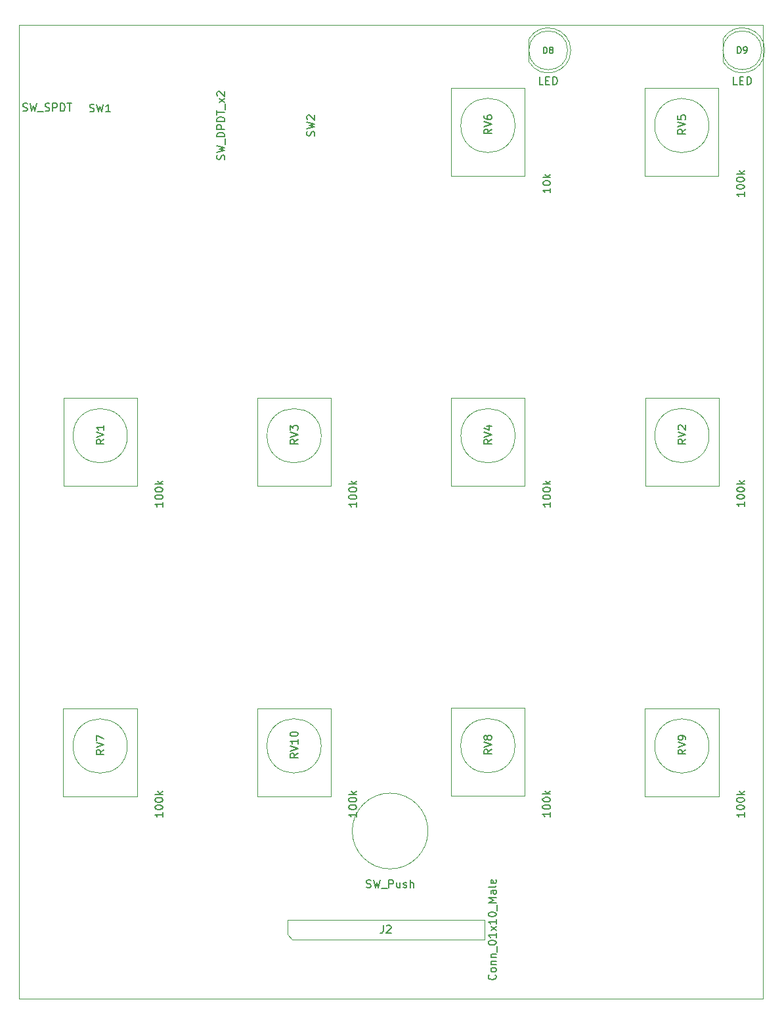
<source format=gbr>
%TF.GenerationSoftware,KiCad,Pcbnew,(5.1.9)-1*%
%TF.CreationDate,2021-10-01T12:29:47+01:00*%
%TF.ProjectId,KOSMOS Function Generator,4b4f534d-4f53-4204-9675-6e6374696f6e,rev?*%
%TF.SameCoordinates,Original*%
%TF.FileFunction,Other,Fab,Top*%
%FSLAX46Y46*%
G04 Gerber Fmt 4.6, Leading zero omitted, Abs format (unit mm)*
G04 Created by KiCad (PCBNEW (5.1.9)-1) date 2021-10-01 12:29:47*
%MOMM*%
%LPD*%
G01*
G04 APERTURE LIST*
%TA.AperFunction,Profile*%
%ADD10C,0.050000*%
%TD*%
%ADD11C,0.100000*%
%ADD12C,0.120000*%
%ADD13C,0.150000*%
%ADD14C,0.200000*%
G04 APERTURE END LIST*
D10*
X19430000Y-142240000D02*
X19430000Y-16680000D01*
X115400000Y-142240000D02*
X19430000Y-142240000D01*
X115400000Y-16680000D02*
X115400000Y-142240000D01*
X19430000Y-16680000D02*
X115400000Y-16680000D01*
D11*
%TO.C,RV2*%
X108440000Y-69650000D02*
G75*
G03*
X108440000Y-69650000I-3500000J0D01*
G01*
X109690000Y-76150000D02*
X100190000Y-76150000D01*
X109690000Y-64800000D02*
X100190000Y-64800000D01*
X100190000Y-76150000D02*
X100190000Y-64800000D01*
X109690000Y-76150000D02*
X109690000Y-64800000D01*
%TO.C,D8*%
X85200000Y-18520306D02*
X85200000Y-21459694D01*
X90200000Y-19990000D02*
G75*
G03*
X90200000Y-19990000I-2500000J0D01*
G01*
X85199984Y-21459666D02*
G75*
G03*
X85200000Y-18520306I2500016J1469666D01*
G01*
%TO.C,D9*%
X115220000Y-19980000D02*
G75*
G03*
X115220000Y-19980000I-2500000J0D01*
G01*
X110220000Y-18510306D02*
X110220000Y-21449694D01*
X110219984Y-21449666D02*
G75*
G03*
X110220000Y-18510306I2500016J1469666D01*
G01*
%TO.C,J2*%
X54695000Y-134630000D02*
X54060000Y-133995000D01*
X79460000Y-134630000D02*
X54695000Y-134630000D01*
X79460000Y-132090000D02*
X79460000Y-134630000D01*
X54060000Y-132090000D02*
X79460000Y-132090000D01*
X54060000Y-133995000D02*
X54060000Y-132090000D01*
%TO.C,RV1*%
X33430000Y-69680000D02*
G75*
G03*
X33430000Y-69680000I-3500000J0D01*
G01*
X34680000Y-76180000D02*
X25180000Y-76180000D01*
X34680000Y-64830000D02*
X25180000Y-64830000D01*
X25180000Y-76180000D02*
X25180000Y-64830000D01*
X34680000Y-76180000D02*
X34680000Y-64830000D01*
%TO.C,RV3*%
X59680000Y-76180000D02*
X59680000Y-64830000D01*
X50180000Y-76180000D02*
X50180000Y-64830000D01*
X59680000Y-64830000D02*
X50180000Y-64830000D01*
X59680000Y-76180000D02*
X50180000Y-76180000D01*
X58430000Y-69680000D02*
G75*
G03*
X58430000Y-69680000I-3500000J0D01*
G01*
%TO.C,RV4*%
X84680000Y-76180000D02*
X84680000Y-64830000D01*
X75180000Y-76180000D02*
X75180000Y-64830000D01*
X84680000Y-64830000D02*
X75180000Y-64830000D01*
X84680000Y-76180000D02*
X75180000Y-76180000D01*
X83430000Y-69680000D02*
G75*
G03*
X83430000Y-69680000I-3500000J0D01*
G01*
%TO.C,RV5*%
X109670000Y-36180000D02*
X109670000Y-24830000D01*
X100170000Y-36180000D02*
X100170000Y-24830000D01*
X109670000Y-24830000D02*
X100170000Y-24830000D01*
X109670000Y-36180000D02*
X100170000Y-36180000D01*
X108420000Y-29680000D02*
G75*
G03*
X108420000Y-29680000I-3500000J0D01*
G01*
%TO.C,RV6*%
X83420000Y-29670000D02*
G75*
G03*
X83420000Y-29670000I-3500000J0D01*
G01*
X84670000Y-36170000D02*
X75170000Y-36170000D01*
X84670000Y-24820000D02*
X75170000Y-24820000D01*
X75170000Y-36170000D02*
X75170000Y-24820000D01*
X84670000Y-36170000D02*
X84670000Y-24820000D01*
%TO.C,RV7*%
X34670000Y-116190000D02*
X34670000Y-104840000D01*
X25170000Y-116190000D02*
X25170000Y-104840000D01*
X34670000Y-104840000D02*
X25170000Y-104840000D01*
X34670000Y-116190000D02*
X25170000Y-116190000D01*
X33420000Y-109690000D02*
G75*
G03*
X33420000Y-109690000I-3500000J0D01*
G01*
%TO.C,RV8*%
X83410000Y-109650000D02*
G75*
G03*
X83410000Y-109650000I-3500000J0D01*
G01*
X84660000Y-116150000D02*
X75160000Y-116150000D01*
X84660000Y-104800000D02*
X75160000Y-104800000D01*
X75160000Y-116150000D02*
X75160000Y-104800000D01*
X84660000Y-116150000D02*
X84660000Y-104800000D01*
%TO.C,RV9*%
X108430000Y-109680000D02*
G75*
G03*
X108430000Y-109680000I-3500000J0D01*
G01*
X109680000Y-116180000D02*
X100180000Y-116180000D01*
X109680000Y-104830000D02*
X100180000Y-104830000D01*
X100180000Y-116180000D02*
X100180000Y-104830000D01*
X109680000Y-116180000D02*
X109680000Y-104830000D01*
%TO.C,RV10*%
X59670000Y-116170000D02*
X59670000Y-104820000D01*
X50170000Y-116170000D02*
X50170000Y-104820000D01*
X59670000Y-104820000D02*
X50170000Y-104820000D01*
X59670000Y-116170000D02*
X50170000Y-116170000D01*
X58420000Y-109670000D02*
G75*
G03*
X58420000Y-109670000I-3500000J0D01*
G01*
D12*
%TO.C,SW3*%
X72195788Y-120650000D02*
G75*
G03*
X72195788Y-120650000I-4885788J0D01*
G01*
%TD*%
%TO.C,RV2*%
D13*
X113002380Y-78221428D02*
X113002380Y-78792857D01*
X113002380Y-78507142D02*
X112002380Y-78507142D01*
X112145238Y-78602380D01*
X112240476Y-78697619D01*
X112288095Y-78792857D01*
X112002380Y-77602380D02*
X112002380Y-77507142D01*
X112050000Y-77411904D01*
X112097619Y-77364285D01*
X112192857Y-77316666D01*
X112383333Y-77269047D01*
X112621428Y-77269047D01*
X112811904Y-77316666D01*
X112907142Y-77364285D01*
X112954761Y-77411904D01*
X113002380Y-77507142D01*
X113002380Y-77602380D01*
X112954761Y-77697619D01*
X112907142Y-77745238D01*
X112811904Y-77792857D01*
X112621428Y-77840476D01*
X112383333Y-77840476D01*
X112192857Y-77792857D01*
X112097619Y-77745238D01*
X112050000Y-77697619D01*
X112002380Y-77602380D01*
X112002380Y-76650000D02*
X112002380Y-76554761D01*
X112050000Y-76459523D01*
X112097619Y-76411904D01*
X112192857Y-76364285D01*
X112383333Y-76316666D01*
X112621428Y-76316666D01*
X112811904Y-76364285D01*
X112907142Y-76411904D01*
X112954761Y-76459523D01*
X113002380Y-76554761D01*
X113002380Y-76650000D01*
X112954761Y-76745238D01*
X112907142Y-76792857D01*
X112811904Y-76840476D01*
X112621428Y-76888095D01*
X112383333Y-76888095D01*
X112192857Y-76840476D01*
X112097619Y-76792857D01*
X112050000Y-76745238D01*
X112002380Y-76650000D01*
X113002380Y-75888095D02*
X112002380Y-75888095D01*
X112621428Y-75792857D02*
X113002380Y-75507142D01*
X112335714Y-75507142D02*
X112716666Y-75888095D01*
X105432380Y-70125238D02*
X104956190Y-70458571D01*
X105432380Y-70696666D02*
X104432380Y-70696666D01*
X104432380Y-70315714D01*
X104480000Y-70220476D01*
X104527619Y-70172857D01*
X104622857Y-70125238D01*
X104765714Y-70125238D01*
X104860952Y-70172857D01*
X104908571Y-70220476D01*
X104956190Y-70315714D01*
X104956190Y-70696666D01*
X104432380Y-69839523D02*
X105432380Y-69506190D01*
X104432380Y-69172857D01*
X104527619Y-68887142D02*
X104480000Y-68839523D01*
X104432380Y-68744285D01*
X104432380Y-68506190D01*
X104480000Y-68410952D01*
X104527619Y-68363333D01*
X104622857Y-68315714D01*
X104718095Y-68315714D01*
X104860952Y-68363333D01*
X105432380Y-68934761D01*
X105432380Y-68315714D01*
%TO.C,D8*%
X87057142Y-24402380D02*
X86580952Y-24402380D01*
X86580952Y-23402380D01*
X87390476Y-23878571D02*
X87723809Y-23878571D01*
X87866666Y-24402380D02*
X87390476Y-24402380D01*
X87390476Y-23402380D01*
X87866666Y-23402380D01*
X88295238Y-24402380D02*
X88295238Y-23402380D01*
X88533333Y-23402380D01*
X88676190Y-23450000D01*
X88771428Y-23545238D01*
X88819047Y-23640476D01*
X88866666Y-23830952D01*
X88866666Y-23973809D01*
X88819047Y-24164285D01*
X88771428Y-24259523D01*
X88676190Y-24354761D01*
X88533333Y-24402380D01*
X88295238Y-24402380D01*
D14*
X87089523Y-20351904D02*
X87089523Y-19551904D01*
X87280000Y-19551904D01*
X87394285Y-19590000D01*
X87470476Y-19666190D01*
X87508571Y-19742380D01*
X87546666Y-19894761D01*
X87546666Y-20009047D01*
X87508571Y-20161428D01*
X87470476Y-20237619D01*
X87394285Y-20313809D01*
X87280000Y-20351904D01*
X87089523Y-20351904D01*
X88003809Y-19894761D02*
X87927619Y-19856666D01*
X87889523Y-19818571D01*
X87851428Y-19742380D01*
X87851428Y-19704285D01*
X87889523Y-19628095D01*
X87927619Y-19590000D01*
X88003809Y-19551904D01*
X88156190Y-19551904D01*
X88232380Y-19590000D01*
X88270476Y-19628095D01*
X88308571Y-19704285D01*
X88308571Y-19742380D01*
X88270476Y-19818571D01*
X88232380Y-19856666D01*
X88156190Y-19894761D01*
X88003809Y-19894761D01*
X87927619Y-19932857D01*
X87889523Y-19970952D01*
X87851428Y-20047142D01*
X87851428Y-20199523D01*
X87889523Y-20275714D01*
X87927619Y-20313809D01*
X88003809Y-20351904D01*
X88156190Y-20351904D01*
X88232380Y-20313809D01*
X88270476Y-20275714D01*
X88308571Y-20199523D01*
X88308571Y-20047142D01*
X88270476Y-19970952D01*
X88232380Y-19932857D01*
X88156190Y-19894761D01*
%TO.C,D9*%
D13*
X112077142Y-24392380D02*
X111600952Y-24392380D01*
X111600952Y-23392380D01*
X112410476Y-23868571D02*
X112743809Y-23868571D01*
X112886666Y-24392380D02*
X112410476Y-24392380D01*
X112410476Y-23392380D01*
X112886666Y-23392380D01*
X113315238Y-24392380D02*
X113315238Y-23392380D01*
X113553333Y-23392380D01*
X113696190Y-23440000D01*
X113791428Y-23535238D01*
X113839047Y-23630476D01*
X113886666Y-23820952D01*
X113886666Y-23963809D01*
X113839047Y-24154285D01*
X113791428Y-24249523D01*
X113696190Y-24344761D01*
X113553333Y-24392380D01*
X113315238Y-24392380D01*
D14*
X112109523Y-20341904D02*
X112109523Y-19541904D01*
X112300000Y-19541904D01*
X112414285Y-19580000D01*
X112490476Y-19656190D01*
X112528571Y-19732380D01*
X112566666Y-19884761D01*
X112566666Y-19999047D01*
X112528571Y-20151428D01*
X112490476Y-20227619D01*
X112414285Y-20303809D01*
X112300000Y-20341904D01*
X112109523Y-20341904D01*
X112947619Y-20341904D02*
X113100000Y-20341904D01*
X113176190Y-20303809D01*
X113214285Y-20265714D01*
X113290476Y-20151428D01*
X113328571Y-19999047D01*
X113328571Y-19694285D01*
X113290476Y-19618095D01*
X113252380Y-19580000D01*
X113176190Y-19541904D01*
X113023809Y-19541904D01*
X112947619Y-19580000D01*
X112909523Y-19618095D01*
X112871428Y-19694285D01*
X112871428Y-19884761D01*
X112909523Y-19960952D01*
X112947619Y-19999047D01*
X113023809Y-20037142D01*
X113176190Y-20037142D01*
X113252380Y-19999047D01*
X113290476Y-19960952D01*
X113328571Y-19884761D01*
%TO.C,J2*%
D13*
X80877142Y-139193333D02*
X80924761Y-139240952D01*
X80972380Y-139383809D01*
X80972380Y-139479047D01*
X80924761Y-139621904D01*
X80829523Y-139717142D01*
X80734285Y-139764761D01*
X80543809Y-139812380D01*
X80400952Y-139812380D01*
X80210476Y-139764761D01*
X80115238Y-139717142D01*
X80020000Y-139621904D01*
X79972380Y-139479047D01*
X79972380Y-139383809D01*
X80020000Y-139240952D01*
X80067619Y-139193333D01*
X80972380Y-138621904D02*
X80924761Y-138717142D01*
X80877142Y-138764761D01*
X80781904Y-138812380D01*
X80496190Y-138812380D01*
X80400952Y-138764761D01*
X80353333Y-138717142D01*
X80305714Y-138621904D01*
X80305714Y-138479047D01*
X80353333Y-138383809D01*
X80400952Y-138336190D01*
X80496190Y-138288571D01*
X80781904Y-138288571D01*
X80877142Y-138336190D01*
X80924761Y-138383809D01*
X80972380Y-138479047D01*
X80972380Y-138621904D01*
X80305714Y-137860000D02*
X80972380Y-137860000D01*
X80400952Y-137860000D02*
X80353333Y-137812380D01*
X80305714Y-137717142D01*
X80305714Y-137574285D01*
X80353333Y-137479047D01*
X80448571Y-137431428D01*
X80972380Y-137431428D01*
X80305714Y-136955238D02*
X80972380Y-136955238D01*
X80400952Y-136955238D02*
X80353333Y-136907619D01*
X80305714Y-136812380D01*
X80305714Y-136669523D01*
X80353333Y-136574285D01*
X80448571Y-136526666D01*
X80972380Y-136526666D01*
X81067619Y-136288571D02*
X81067619Y-135526666D01*
X79972380Y-135098095D02*
X79972380Y-135002857D01*
X80020000Y-134907619D01*
X80067619Y-134860000D01*
X80162857Y-134812380D01*
X80353333Y-134764761D01*
X80591428Y-134764761D01*
X80781904Y-134812380D01*
X80877142Y-134860000D01*
X80924761Y-134907619D01*
X80972380Y-135002857D01*
X80972380Y-135098095D01*
X80924761Y-135193333D01*
X80877142Y-135240952D01*
X80781904Y-135288571D01*
X80591428Y-135336190D01*
X80353333Y-135336190D01*
X80162857Y-135288571D01*
X80067619Y-135240952D01*
X80020000Y-135193333D01*
X79972380Y-135098095D01*
X80972380Y-133812380D02*
X80972380Y-134383809D01*
X80972380Y-134098095D02*
X79972380Y-134098095D01*
X80115238Y-134193333D01*
X80210476Y-134288571D01*
X80258095Y-134383809D01*
X80972380Y-133479047D02*
X80305714Y-132955238D01*
X80305714Y-133479047D02*
X80972380Y-132955238D01*
X80972380Y-132050476D02*
X80972380Y-132621904D01*
X80972380Y-132336190D02*
X79972380Y-132336190D01*
X80115238Y-132431428D01*
X80210476Y-132526666D01*
X80258095Y-132621904D01*
X79972380Y-131431428D02*
X79972380Y-131336190D01*
X80020000Y-131240952D01*
X80067619Y-131193333D01*
X80162857Y-131145714D01*
X80353333Y-131098095D01*
X80591428Y-131098095D01*
X80781904Y-131145714D01*
X80877142Y-131193333D01*
X80924761Y-131240952D01*
X80972380Y-131336190D01*
X80972380Y-131431428D01*
X80924761Y-131526666D01*
X80877142Y-131574285D01*
X80781904Y-131621904D01*
X80591428Y-131669523D01*
X80353333Y-131669523D01*
X80162857Y-131621904D01*
X80067619Y-131574285D01*
X80020000Y-131526666D01*
X79972380Y-131431428D01*
X81067619Y-130907619D02*
X81067619Y-130145714D01*
X80972380Y-129907619D02*
X79972380Y-129907619D01*
X80686666Y-129574285D01*
X79972380Y-129240952D01*
X80972380Y-129240952D01*
X80972380Y-128336190D02*
X80448571Y-128336190D01*
X80353333Y-128383809D01*
X80305714Y-128479047D01*
X80305714Y-128669523D01*
X80353333Y-128764761D01*
X80924761Y-128336190D02*
X80972380Y-128431428D01*
X80972380Y-128669523D01*
X80924761Y-128764761D01*
X80829523Y-128812380D01*
X80734285Y-128812380D01*
X80639047Y-128764761D01*
X80591428Y-128669523D01*
X80591428Y-128431428D01*
X80543809Y-128336190D01*
X80972380Y-127717142D02*
X80924761Y-127812380D01*
X80829523Y-127860000D01*
X79972380Y-127860000D01*
X80924761Y-126955238D02*
X80972380Y-127050476D01*
X80972380Y-127240952D01*
X80924761Y-127336190D01*
X80829523Y-127383809D01*
X80448571Y-127383809D01*
X80353333Y-127336190D01*
X80305714Y-127240952D01*
X80305714Y-127050476D01*
X80353333Y-126955238D01*
X80448571Y-126907619D01*
X80543809Y-126907619D01*
X80639047Y-127383809D01*
X66426666Y-132812380D02*
X66426666Y-133526666D01*
X66379047Y-133669523D01*
X66283809Y-133764761D01*
X66140952Y-133812380D01*
X66045714Y-133812380D01*
X66855238Y-132907619D02*
X66902857Y-132860000D01*
X66998095Y-132812380D01*
X67236190Y-132812380D01*
X67331428Y-132860000D01*
X67379047Y-132907619D01*
X67426666Y-133002857D01*
X67426666Y-133098095D01*
X67379047Y-133240952D01*
X66807619Y-133812380D01*
X67426666Y-133812380D01*
%TO.C,RV1*%
X37992380Y-78251428D02*
X37992380Y-78822857D01*
X37992380Y-78537142D02*
X36992380Y-78537142D01*
X37135238Y-78632380D01*
X37230476Y-78727619D01*
X37278095Y-78822857D01*
X36992380Y-77632380D02*
X36992380Y-77537142D01*
X37040000Y-77441904D01*
X37087619Y-77394285D01*
X37182857Y-77346666D01*
X37373333Y-77299047D01*
X37611428Y-77299047D01*
X37801904Y-77346666D01*
X37897142Y-77394285D01*
X37944761Y-77441904D01*
X37992380Y-77537142D01*
X37992380Y-77632380D01*
X37944761Y-77727619D01*
X37897142Y-77775238D01*
X37801904Y-77822857D01*
X37611428Y-77870476D01*
X37373333Y-77870476D01*
X37182857Y-77822857D01*
X37087619Y-77775238D01*
X37040000Y-77727619D01*
X36992380Y-77632380D01*
X36992380Y-76680000D02*
X36992380Y-76584761D01*
X37040000Y-76489523D01*
X37087619Y-76441904D01*
X37182857Y-76394285D01*
X37373333Y-76346666D01*
X37611428Y-76346666D01*
X37801904Y-76394285D01*
X37897142Y-76441904D01*
X37944761Y-76489523D01*
X37992380Y-76584761D01*
X37992380Y-76680000D01*
X37944761Y-76775238D01*
X37897142Y-76822857D01*
X37801904Y-76870476D01*
X37611428Y-76918095D01*
X37373333Y-76918095D01*
X37182857Y-76870476D01*
X37087619Y-76822857D01*
X37040000Y-76775238D01*
X36992380Y-76680000D01*
X37992380Y-75918095D02*
X36992380Y-75918095D01*
X37611428Y-75822857D02*
X37992380Y-75537142D01*
X37325714Y-75537142D02*
X37706666Y-75918095D01*
X30422380Y-70155238D02*
X29946190Y-70488571D01*
X30422380Y-70726666D02*
X29422380Y-70726666D01*
X29422380Y-70345714D01*
X29470000Y-70250476D01*
X29517619Y-70202857D01*
X29612857Y-70155238D01*
X29755714Y-70155238D01*
X29850952Y-70202857D01*
X29898571Y-70250476D01*
X29946190Y-70345714D01*
X29946190Y-70726666D01*
X29422380Y-69869523D02*
X30422380Y-69536190D01*
X29422380Y-69202857D01*
X30422380Y-68345714D02*
X30422380Y-68917142D01*
X30422380Y-68631428D02*
X29422380Y-68631428D01*
X29565238Y-68726666D01*
X29660476Y-68821904D01*
X29708095Y-68917142D01*
%TO.C,RV3*%
X62992380Y-78251428D02*
X62992380Y-78822857D01*
X62992380Y-78537142D02*
X61992380Y-78537142D01*
X62135238Y-78632380D01*
X62230476Y-78727619D01*
X62278095Y-78822857D01*
X61992380Y-77632380D02*
X61992380Y-77537142D01*
X62040000Y-77441904D01*
X62087619Y-77394285D01*
X62182857Y-77346666D01*
X62373333Y-77299047D01*
X62611428Y-77299047D01*
X62801904Y-77346666D01*
X62897142Y-77394285D01*
X62944761Y-77441904D01*
X62992380Y-77537142D01*
X62992380Y-77632380D01*
X62944761Y-77727619D01*
X62897142Y-77775238D01*
X62801904Y-77822857D01*
X62611428Y-77870476D01*
X62373333Y-77870476D01*
X62182857Y-77822857D01*
X62087619Y-77775238D01*
X62040000Y-77727619D01*
X61992380Y-77632380D01*
X61992380Y-76680000D02*
X61992380Y-76584761D01*
X62040000Y-76489523D01*
X62087619Y-76441904D01*
X62182857Y-76394285D01*
X62373333Y-76346666D01*
X62611428Y-76346666D01*
X62801904Y-76394285D01*
X62897142Y-76441904D01*
X62944761Y-76489523D01*
X62992380Y-76584761D01*
X62992380Y-76680000D01*
X62944761Y-76775238D01*
X62897142Y-76822857D01*
X62801904Y-76870476D01*
X62611428Y-76918095D01*
X62373333Y-76918095D01*
X62182857Y-76870476D01*
X62087619Y-76822857D01*
X62040000Y-76775238D01*
X61992380Y-76680000D01*
X62992380Y-75918095D02*
X61992380Y-75918095D01*
X62611428Y-75822857D02*
X62992380Y-75537142D01*
X62325714Y-75537142D02*
X62706666Y-75918095D01*
X55422380Y-70155238D02*
X54946190Y-70488571D01*
X55422380Y-70726666D02*
X54422380Y-70726666D01*
X54422380Y-70345714D01*
X54470000Y-70250476D01*
X54517619Y-70202857D01*
X54612857Y-70155238D01*
X54755714Y-70155238D01*
X54850952Y-70202857D01*
X54898571Y-70250476D01*
X54946190Y-70345714D01*
X54946190Y-70726666D01*
X54422380Y-69869523D02*
X55422380Y-69536190D01*
X54422380Y-69202857D01*
X54422380Y-68964761D02*
X54422380Y-68345714D01*
X54803333Y-68679047D01*
X54803333Y-68536190D01*
X54850952Y-68440952D01*
X54898571Y-68393333D01*
X54993809Y-68345714D01*
X55231904Y-68345714D01*
X55327142Y-68393333D01*
X55374761Y-68440952D01*
X55422380Y-68536190D01*
X55422380Y-68821904D01*
X55374761Y-68917142D01*
X55327142Y-68964761D01*
%TO.C,RV4*%
X87992380Y-78251428D02*
X87992380Y-78822857D01*
X87992380Y-78537142D02*
X86992380Y-78537142D01*
X87135238Y-78632380D01*
X87230476Y-78727619D01*
X87278095Y-78822857D01*
X86992380Y-77632380D02*
X86992380Y-77537142D01*
X87040000Y-77441904D01*
X87087619Y-77394285D01*
X87182857Y-77346666D01*
X87373333Y-77299047D01*
X87611428Y-77299047D01*
X87801904Y-77346666D01*
X87897142Y-77394285D01*
X87944761Y-77441904D01*
X87992380Y-77537142D01*
X87992380Y-77632380D01*
X87944761Y-77727619D01*
X87897142Y-77775238D01*
X87801904Y-77822857D01*
X87611428Y-77870476D01*
X87373333Y-77870476D01*
X87182857Y-77822857D01*
X87087619Y-77775238D01*
X87040000Y-77727619D01*
X86992380Y-77632380D01*
X86992380Y-76680000D02*
X86992380Y-76584761D01*
X87040000Y-76489523D01*
X87087619Y-76441904D01*
X87182857Y-76394285D01*
X87373333Y-76346666D01*
X87611428Y-76346666D01*
X87801904Y-76394285D01*
X87897142Y-76441904D01*
X87944761Y-76489523D01*
X87992380Y-76584761D01*
X87992380Y-76680000D01*
X87944761Y-76775238D01*
X87897142Y-76822857D01*
X87801904Y-76870476D01*
X87611428Y-76918095D01*
X87373333Y-76918095D01*
X87182857Y-76870476D01*
X87087619Y-76822857D01*
X87040000Y-76775238D01*
X86992380Y-76680000D01*
X87992380Y-75918095D02*
X86992380Y-75918095D01*
X87611428Y-75822857D02*
X87992380Y-75537142D01*
X87325714Y-75537142D02*
X87706666Y-75918095D01*
X80422380Y-70155238D02*
X79946190Y-70488571D01*
X80422380Y-70726666D02*
X79422380Y-70726666D01*
X79422380Y-70345714D01*
X79470000Y-70250476D01*
X79517619Y-70202857D01*
X79612857Y-70155238D01*
X79755714Y-70155238D01*
X79850952Y-70202857D01*
X79898571Y-70250476D01*
X79946190Y-70345714D01*
X79946190Y-70726666D01*
X79422380Y-69869523D02*
X80422380Y-69536190D01*
X79422380Y-69202857D01*
X79755714Y-68440952D02*
X80422380Y-68440952D01*
X79374761Y-68679047D02*
X80089047Y-68917142D01*
X80089047Y-68298095D01*
%TO.C,RV5*%
X112982380Y-38251428D02*
X112982380Y-38822857D01*
X112982380Y-38537142D02*
X111982380Y-38537142D01*
X112125238Y-38632380D01*
X112220476Y-38727619D01*
X112268095Y-38822857D01*
X111982380Y-37632380D02*
X111982380Y-37537142D01*
X112030000Y-37441904D01*
X112077619Y-37394285D01*
X112172857Y-37346666D01*
X112363333Y-37299047D01*
X112601428Y-37299047D01*
X112791904Y-37346666D01*
X112887142Y-37394285D01*
X112934761Y-37441904D01*
X112982380Y-37537142D01*
X112982380Y-37632380D01*
X112934761Y-37727619D01*
X112887142Y-37775238D01*
X112791904Y-37822857D01*
X112601428Y-37870476D01*
X112363333Y-37870476D01*
X112172857Y-37822857D01*
X112077619Y-37775238D01*
X112030000Y-37727619D01*
X111982380Y-37632380D01*
X111982380Y-36680000D02*
X111982380Y-36584761D01*
X112030000Y-36489523D01*
X112077619Y-36441904D01*
X112172857Y-36394285D01*
X112363333Y-36346666D01*
X112601428Y-36346666D01*
X112791904Y-36394285D01*
X112887142Y-36441904D01*
X112934761Y-36489523D01*
X112982380Y-36584761D01*
X112982380Y-36680000D01*
X112934761Y-36775238D01*
X112887142Y-36822857D01*
X112791904Y-36870476D01*
X112601428Y-36918095D01*
X112363333Y-36918095D01*
X112172857Y-36870476D01*
X112077619Y-36822857D01*
X112030000Y-36775238D01*
X111982380Y-36680000D01*
X112982380Y-35918095D02*
X111982380Y-35918095D01*
X112601428Y-35822857D02*
X112982380Y-35537142D01*
X112315714Y-35537142D02*
X112696666Y-35918095D01*
X105412380Y-30155238D02*
X104936190Y-30488571D01*
X105412380Y-30726666D02*
X104412380Y-30726666D01*
X104412380Y-30345714D01*
X104460000Y-30250476D01*
X104507619Y-30202857D01*
X104602857Y-30155238D01*
X104745714Y-30155238D01*
X104840952Y-30202857D01*
X104888571Y-30250476D01*
X104936190Y-30345714D01*
X104936190Y-30726666D01*
X104412380Y-29869523D02*
X105412380Y-29536190D01*
X104412380Y-29202857D01*
X104412380Y-28393333D02*
X104412380Y-28869523D01*
X104888571Y-28917142D01*
X104840952Y-28869523D01*
X104793333Y-28774285D01*
X104793333Y-28536190D01*
X104840952Y-28440952D01*
X104888571Y-28393333D01*
X104983809Y-28345714D01*
X105221904Y-28345714D01*
X105317142Y-28393333D01*
X105364761Y-28440952D01*
X105412380Y-28536190D01*
X105412380Y-28774285D01*
X105364761Y-28869523D01*
X105317142Y-28917142D01*
%TO.C,RV6*%
X87982380Y-37765238D02*
X87982380Y-38336666D01*
X87982380Y-38050952D02*
X86982380Y-38050952D01*
X87125238Y-38146190D01*
X87220476Y-38241428D01*
X87268095Y-38336666D01*
X86982380Y-37146190D02*
X86982380Y-37050952D01*
X87030000Y-36955714D01*
X87077619Y-36908095D01*
X87172857Y-36860476D01*
X87363333Y-36812857D01*
X87601428Y-36812857D01*
X87791904Y-36860476D01*
X87887142Y-36908095D01*
X87934761Y-36955714D01*
X87982380Y-37050952D01*
X87982380Y-37146190D01*
X87934761Y-37241428D01*
X87887142Y-37289047D01*
X87791904Y-37336666D01*
X87601428Y-37384285D01*
X87363333Y-37384285D01*
X87172857Y-37336666D01*
X87077619Y-37289047D01*
X87030000Y-37241428D01*
X86982380Y-37146190D01*
X87982380Y-36384285D02*
X86982380Y-36384285D01*
X87601428Y-36289047D02*
X87982380Y-36003333D01*
X87315714Y-36003333D02*
X87696666Y-36384285D01*
X80412380Y-30145238D02*
X79936190Y-30478571D01*
X80412380Y-30716666D02*
X79412380Y-30716666D01*
X79412380Y-30335714D01*
X79460000Y-30240476D01*
X79507619Y-30192857D01*
X79602857Y-30145238D01*
X79745714Y-30145238D01*
X79840952Y-30192857D01*
X79888571Y-30240476D01*
X79936190Y-30335714D01*
X79936190Y-30716666D01*
X79412380Y-29859523D02*
X80412380Y-29526190D01*
X79412380Y-29192857D01*
X79412380Y-28430952D02*
X79412380Y-28621428D01*
X79460000Y-28716666D01*
X79507619Y-28764285D01*
X79650476Y-28859523D01*
X79840952Y-28907142D01*
X80221904Y-28907142D01*
X80317142Y-28859523D01*
X80364761Y-28811904D01*
X80412380Y-28716666D01*
X80412380Y-28526190D01*
X80364761Y-28430952D01*
X80317142Y-28383333D01*
X80221904Y-28335714D01*
X79983809Y-28335714D01*
X79888571Y-28383333D01*
X79840952Y-28430952D01*
X79793333Y-28526190D01*
X79793333Y-28716666D01*
X79840952Y-28811904D01*
X79888571Y-28859523D01*
X79983809Y-28907142D01*
%TO.C,RV7*%
X37982380Y-118261428D02*
X37982380Y-118832857D01*
X37982380Y-118547142D02*
X36982380Y-118547142D01*
X37125238Y-118642380D01*
X37220476Y-118737619D01*
X37268095Y-118832857D01*
X36982380Y-117642380D02*
X36982380Y-117547142D01*
X37030000Y-117451904D01*
X37077619Y-117404285D01*
X37172857Y-117356666D01*
X37363333Y-117309047D01*
X37601428Y-117309047D01*
X37791904Y-117356666D01*
X37887142Y-117404285D01*
X37934761Y-117451904D01*
X37982380Y-117547142D01*
X37982380Y-117642380D01*
X37934761Y-117737619D01*
X37887142Y-117785238D01*
X37791904Y-117832857D01*
X37601428Y-117880476D01*
X37363333Y-117880476D01*
X37172857Y-117832857D01*
X37077619Y-117785238D01*
X37030000Y-117737619D01*
X36982380Y-117642380D01*
X36982380Y-116690000D02*
X36982380Y-116594761D01*
X37030000Y-116499523D01*
X37077619Y-116451904D01*
X37172857Y-116404285D01*
X37363333Y-116356666D01*
X37601428Y-116356666D01*
X37791904Y-116404285D01*
X37887142Y-116451904D01*
X37934761Y-116499523D01*
X37982380Y-116594761D01*
X37982380Y-116690000D01*
X37934761Y-116785238D01*
X37887142Y-116832857D01*
X37791904Y-116880476D01*
X37601428Y-116928095D01*
X37363333Y-116928095D01*
X37172857Y-116880476D01*
X37077619Y-116832857D01*
X37030000Y-116785238D01*
X36982380Y-116690000D01*
X37982380Y-115928095D02*
X36982380Y-115928095D01*
X37601428Y-115832857D02*
X37982380Y-115547142D01*
X37315714Y-115547142D02*
X37696666Y-115928095D01*
X30412380Y-110165238D02*
X29936190Y-110498571D01*
X30412380Y-110736666D02*
X29412380Y-110736666D01*
X29412380Y-110355714D01*
X29460000Y-110260476D01*
X29507619Y-110212857D01*
X29602857Y-110165238D01*
X29745714Y-110165238D01*
X29840952Y-110212857D01*
X29888571Y-110260476D01*
X29936190Y-110355714D01*
X29936190Y-110736666D01*
X29412380Y-109879523D02*
X30412380Y-109546190D01*
X29412380Y-109212857D01*
X29412380Y-108974761D02*
X29412380Y-108308095D01*
X30412380Y-108736666D01*
%TO.C,RV8*%
X87972380Y-118221428D02*
X87972380Y-118792857D01*
X87972380Y-118507142D02*
X86972380Y-118507142D01*
X87115238Y-118602380D01*
X87210476Y-118697619D01*
X87258095Y-118792857D01*
X86972380Y-117602380D02*
X86972380Y-117507142D01*
X87020000Y-117411904D01*
X87067619Y-117364285D01*
X87162857Y-117316666D01*
X87353333Y-117269047D01*
X87591428Y-117269047D01*
X87781904Y-117316666D01*
X87877142Y-117364285D01*
X87924761Y-117411904D01*
X87972380Y-117507142D01*
X87972380Y-117602380D01*
X87924761Y-117697619D01*
X87877142Y-117745238D01*
X87781904Y-117792857D01*
X87591428Y-117840476D01*
X87353333Y-117840476D01*
X87162857Y-117792857D01*
X87067619Y-117745238D01*
X87020000Y-117697619D01*
X86972380Y-117602380D01*
X86972380Y-116650000D02*
X86972380Y-116554761D01*
X87020000Y-116459523D01*
X87067619Y-116411904D01*
X87162857Y-116364285D01*
X87353333Y-116316666D01*
X87591428Y-116316666D01*
X87781904Y-116364285D01*
X87877142Y-116411904D01*
X87924761Y-116459523D01*
X87972380Y-116554761D01*
X87972380Y-116650000D01*
X87924761Y-116745238D01*
X87877142Y-116792857D01*
X87781904Y-116840476D01*
X87591428Y-116888095D01*
X87353333Y-116888095D01*
X87162857Y-116840476D01*
X87067619Y-116792857D01*
X87020000Y-116745238D01*
X86972380Y-116650000D01*
X87972380Y-115888095D02*
X86972380Y-115888095D01*
X87591428Y-115792857D02*
X87972380Y-115507142D01*
X87305714Y-115507142D02*
X87686666Y-115888095D01*
X80402380Y-110125238D02*
X79926190Y-110458571D01*
X80402380Y-110696666D02*
X79402380Y-110696666D01*
X79402380Y-110315714D01*
X79450000Y-110220476D01*
X79497619Y-110172857D01*
X79592857Y-110125238D01*
X79735714Y-110125238D01*
X79830952Y-110172857D01*
X79878571Y-110220476D01*
X79926190Y-110315714D01*
X79926190Y-110696666D01*
X79402380Y-109839523D02*
X80402380Y-109506190D01*
X79402380Y-109172857D01*
X79830952Y-108696666D02*
X79783333Y-108791904D01*
X79735714Y-108839523D01*
X79640476Y-108887142D01*
X79592857Y-108887142D01*
X79497619Y-108839523D01*
X79450000Y-108791904D01*
X79402380Y-108696666D01*
X79402380Y-108506190D01*
X79450000Y-108410952D01*
X79497619Y-108363333D01*
X79592857Y-108315714D01*
X79640476Y-108315714D01*
X79735714Y-108363333D01*
X79783333Y-108410952D01*
X79830952Y-108506190D01*
X79830952Y-108696666D01*
X79878571Y-108791904D01*
X79926190Y-108839523D01*
X80021428Y-108887142D01*
X80211904Y-108887142D01*
X80307142Y-108839523D01*
X80354761Y-108791904D01*
X80402380Y-108696666D01*
X80402380Y-108506190D01*
X80354761Y-108410952D01*
X80307142Y-108363333D01*
X80211904Y-108315714D01*
X80021428Y-108315714D01*
X79926190Y-108363333D01*
X79878571Y-108410952D01*
X79830952Y-108506190D01*
%TO.C,RV9*%
X112992380Y-118251428D02*
X112992380Y-118822857D01*
X112992380Y-118537142D02*
X111992380Y-118537142D01*
X112135238Y-118632380D01*
X112230476Y-118727619D01*
X112278095Y-118822857D01*
X111992380Y-117632380D02*
X111992380Y-117537142D01*
X112040000Y-117441904D01*
X112087619Y-117394285D01*
X112182857Y-117346666D01*
X112373333Y-117299047D01*
X112611428Y-117299047D01*
X112801904Y-117346666D01*
X112897142Y-117394285D01*
X112944761Y-117441904D01*
X112992380Y-117537142D01*
X112992380Y-117632380D01*
X112944761Y-117727619D01*
X112897142Y-117775238D01*
X112801904Y-117822857D01*
X112611428Y-117870476D01*
X112373333Y-117870476D01*
X112182857Y-117822857D01*
X112087619Y-117775238D01*
X112040000Y-117727619D01*
X111992380Y-117632380D01*
X111992380Y-116680000D02*
X111992380Y-116584761D01*
X112040000Y-116489523D01*
X112087619Y-116441904D01*
X112182857Y-116394285D01*
X112373333Y-116346666D01*
X112611428Y-116346666D01*
X112801904Y-116394285D01*
X112897142Y-116441904D01*
X112944761Y-116489523D01*
X112992380Y-116584761D01*
X112992380Y-116680000D01*
X112944761Y-116775238D01*
X112897142Y-116822857D01*
X112801904Y-116870476D01*
X112611428Y-116918095D01*
X112373333Y-116918095D01*
X112182857Y-116870476D01*
X112087619Y-116822857D01*
X112040000Y-116775238D01*
X111992380Y-116680000D01*
X112992380Y-115918095D02*
X111992380Y-115918095D01*
X112611428Y-115822857D02*
X112992380Y-115537142D01*
X112325714Y-115537142D02*
X112706666Y-115918095D01*
X105422380Y-110155238D02*
X104946190Y-110488571D01*
X105422380Y-110726666D02*
X104422380Y-110726666D01*
X104422380Y-110345714D01*
X104470000Y-110250476D01*
X104517619Y-110202857D01*
X104612857Y-110155238D01*
X104755714Y-110155238D01*
X104850952Y-110202857D01*
X104898571Y-110250476D01*
X104946190Y-110345714D01*
X104946190Y-110726666D01*
X104422380Y-109869523D02*
X105422380Y-109536190D01*
X104422380Y-109202857D01*
X105422380Y-108821904D02*
X105422380Y-108631428D01*
X105374761Y-108536190D01*
X105327142Y-108488571D01*
X105184285Y-108393333D01*
X104993809Y-108345714D01*
X104612857Y-108345714D01*
X104517619Y-108393333D01*
X104470000Y-108440952D01*
X104422380Y-108536190D01*
X104422380Y-108726666D01*
X104470000Y-108821904D01*
X104517619Y-108869523D01*
X104612857Y-108917142D01*
X104850952Y-108917142D01*
X104946190Y-108869523D01*
X104993809Y-108821904D01*
X105041428Y-108726666D01*
X105041428Y-108536190D01*
X104993809Y-108440952D01*
X104946190Y-108393333D01*
X104850952Y-108345714D01*
%TO.C,RV10*%
X62982380Y-118241428D02*
X62982380Y-118812857D01*
X62982380Y-118527142D02*
X61982380Y-118527142D01*
X62125238Y-118622380D01*
X62220476Y-118717619D01*
X62268095Y-118812857D01*
X61982380Y-117622380D02*
X61982380Y-117527142D01*
X62030000Y-117431904D01*
X62077619Y-117384285D01*
X62172857Y-117336666D01*
X62363333Y-117289047D01*
X62601428Y-117289047D01*
X62791904Y-117336666D01*
X62887142Y-117384285D01*
X62934761Y-117431904D01*
X62982380Y-117527142D01*
X62982380Y-117622380D01*
X62934761Y-117717619D01*
X62887142Y-117765238D01*
X62791904Y-117812857D01*
X62601428Y-117860476D01*
X62363333Y-117860476D01*
X62172857Y-117812857D01*
X62077619Y-117765238D01*
X62030000Y-117717619D01*
X61982380Y-117622380D01*
X61982380Y-116670000D02*
X61982380Y-116574761D01*
X62030000Y-116479523D01*
X62077619Y-116431904D01*
X62172857Y-116384285D01*
X62363333Y-116336666D01*
X62601428Y-116336666D01*
X62791904Y-116384285D01*
X62887142Y-116431904D01*
X62934761Y-116479523D01*
X62982380Y-116574761D01*
X62982380Y-116670000D01*
X62934761Y-116765238D01*
X62887142Y-116812857D01*
X62791904Y-116860476D01*
X62601428Y-116908095D01*
X62363333Y-116908095D01*
X62172857Y-116860476D01*
X62077619Y-116812857D01*
X62030000Y-116765238D01*
X61982380Y-116670000D01*
X62982380Y-115908095D02*
X61982380Y-115908095D01*
X62601428Y-115812857D02*
X62982380Y-115527142D01*
X62315714Y-115527142D02*
X62696666Y-115908095D01*
X55412380Y-110621428D02*
X54936190Y-110954761D01*
X55412380Y-111192857D02*
X54412380Y-111192857D01*
X54412380Y-110811904D01*
X54460000Y-110716666D01*
X54507619Y-110669047D01*
X54602857Y-110621428D01*
X54745714Y-110621428D01*
X54840952Y-110669047D01*
X54888571Y-110716666D01*
X54936190Y-110811904D01*
X54936190Y-111192857D01*
X54412380Y-110335714D02*
X55412380Y-110002380D01*
X54412380Y-109669047D01*
X55412380Y-108811904D02*
X55412380Y-109383333D01*
X55412380Y-109097619D02*
X54412380Y-109097619D01*
X54555238Y-109192857D01*
X54650476Y-109288095D01*
X54698095Y-109383333D01*
X54412380Y-108192857D02*
X54412380Y-108097619D01*
X54460000Y-108002380D01*
X54507619Y-107954761D01*
X54602857Y-107907142D01*
X54793333Y-107859523D01*
X55031428Y-107859523D01*
X55221904Y-107907142D01*
X55317142Y-107954761D01*
X55364761Y-108002380D01*
X55412380Y-108097619D01*
X55412380Y-108192857D01*
X55364761Y-108288095D01*
X55317142Y-108335714D01*
X55221904Y-108383333D01*
X55031428Y-108430952D01*
X54793333Y-108430952D01*
X54602857Y-108383333D01*
X54507619Y-108335714D01*
X54460000Y-108288095D01*
X54412380Y-108192857D01*
%TO.C,SW1*%
X19955261Y-27773261D02*
X20098119Y-27820880D01*
X20336214Y-27820880D01*
X20431452Y-27773261D01*
X20479071Y-27725642D01*
X20526690Y-27630404D01*
X20526690Y-27535166D01*
X20479071Y-27439928D01*
X20431452Y-27392309D01*
X20336214Y-27344690D01*
X20145738Y-27297071D01*
X20050500Y-27249452D01*
X20002880Y-27201833D01*
X19955261Y-27106595D01*
X19955261Y-27011357D01*
X20002880Y-26916119D01*
X20050500Y-26868500D01*
X20145738Y-26820880D01*
X20383833Y-26820880D01*
X20526690Y-26868500D01*
X20860023Y-26820880D02*
X21098119Y-27820880D01*
X21288595Y-27106595D01*
X21479071Y-27820880D01*
X21717166Y-26820880D01*
X21860023Y-27916119D02*
X22621928Y-27916119D01*
X22812404Y-27773261D02*
X22955261Y-27820880D01*
X23193357Y-27820880D01*
X23288595Y-27773261D01*
X23336214Y-27725642D01*
X23383833Y-27630404D01*
X23383833Y-27535166D01*
X23336214Y-27439928D01*
X23288595Y-27392309D01*
X23193357Y-27344690D01*
X23002880Y-27297071D01*
X22907642Y-27249452D01*
X22860023Y-27201833D01*
X22812404Y-27106595D01*
X22812404Y-27011357D01*
X22860023Y-26916119D01*
X22907642Y-26868500D01*
X23002880Y-26820880D01*
X23240976Y-26820880D01*
X23383833Y-26868500D01*
X23812404Y-27820880D02*
X23812404Y-26820880D01*
X24193357Y-26820880D01*
X24288595Y-26868500D01*
X24336214Y-26916119D01*
X24383833Y-27011357D01*
X24383833Y-27154214D01*
X24336214Y-27249452D01*
X24288595Y-27297071D01*
X24193357Y-27344690D01*
X23812404Y-27344690D01*
X24812404Y-27820880D02*
X24812404Y-26820880D01*
X25050500Y-26820880D01*
X25193357Y-26868500D01*
X25288595Y-26963738D01*
X25336214Y-27058976D01*
X25383833Y-27249452D01*
X25383833Y-27392309D01*
X25336214Y-27582785D01*
X25288595Y-27678023D01*
X25193357Y-27773261D01*
X25050500Y-27820880D01*
X24812404Y-27820880D01*
X25669547Y-26820880D02*
X26240976Y-26820880D01*
X25955261Y-27820880D02*
X25955261Y-26820880D01*
X28576666Y-27874761D02*
X28719523Y-27922380D01*
X28957619Y-27922380D01*
X29052857Y-27874761D01*
X29100476Y-27827142D01*
X29148095Y-27731904D01*
X29148095Y-27636666D01*
X29100476Y-27541428D01*
X29052857Y-27493809D01*
X28957619Y-27446190D01*
X28767142Y-27398571D01*
X28671904Y-27350952D01*
X28624285Y-27303333D01*
X28576666Y-27208095D01*
X28576666Y-27112857D01*
X28624285Y-27017619D01*
X28671904Y-26970000D01*
X28767142Y-26922380D01*
X29005238Y-26922380D01*
X29148095Y-26970000D01*
X29481428Y-26922380D02*
X29719523Y-27922380D01*
X29910000Y-27208095D01*
X30100476Y-27922380D01*
X30338571Y-26922380D01*
X31243333Y-27922380D02*
X30671904Y-27922380D01*
X30957619Y-27922380D02*
X30957619Y-26922380D01*
X30862380Y-27065238D01*
X30767142Y-27160476D01*
X30671904Y-27208095D01*
%TO.C,SW2*%
X45924761Y-34050952D02*
X45972380Y-33908095D01*
X45972380Y-33669999D01*
X45924761Y-33574761D01*
X45877142Y-33527142D01*
X45781904Y-33479523D01*
X45686666Y-33479523D01*
X45591428Y-33527142D01*
X45543809Y-33574761D01*
X45496190Y-33669999D01*
X45448571Y-33860476D01*
X45400952Y-33955714D01*
X45353333Y-34003333D01*
X45258095Y-34050952D01*
X45162857Y-34050952D01*
X45067619Y-34003333D01*
X45020000Y-33955714D01*
X44972380Y-33860476D01*
X44972380Y-33622380D01*
X45020000Y-33479523D01*
X44972380Y-33146190D02*
X45972380Y-32908095D01*
X45258095Y-32717619D01*
X45972380Y-32527142D01*
X44972380Y-32289047D01*
X46067619Y-32146190D02*
X46067619Y-31384285D01*
X45972380Y-31146190D02*
X44972380Y-31146190D01*
X44972380Y-30908095D01*
X45020000Y-30765238D01*
X45115238Y-30669999D01*
X45210476Y-30622380D01*
X45400952Y-30574761D01*
X45543809Y-30574761D01*
X45734285Y-30622380D01*
X45829523Y-30669999D01*
X45924761Y-30765238D01*
X45972380Y-30908095D01*
X45972380Y-31146190D01*
X45972380Y-30146190D02*
X44972380Y-30146190D01*
X44972380Y-29765238D01*
X45020000Y-29669999D01*
X45067619Y-29622380D01*
X45162857Y-29574761D01*
X45305714Y-29574761D01*
X45400952Y-29622380D01*
X45448571Y-29669999D01*
X45496190Y-29765238D01*
X45496190Y-30146190D01*
X45972380Y-29146190D02*
X44972380Y-29146190D01*
X44972380Y-28908095D01*
X45020000Y-28765238D01*
X45115238Y-28669999D01*
X45210476Y-28622380D01*
X45400952Y-28574761D01*
X45543809Y-28574761D01*
X45734285Y-28622380D01*
X45829523Y-28669999D01*
X45924761Y-28765238D01*
X45972380Y-28908095D01*
X45972380Y-29146190D01*
X44972380Y-28289047D02*
X44972380Y-27717619D01*
X45972380Y-28003333D02*
X44972380Y-28003333D01*
X46067619Y-27622380D02*
X46067619Y-26860476D01*
X45972380Y-26717619D02*
X45305714Y-26193809D01*
X45305714Y-26717619D02*
X45972380Y-26193809D01*
X45067619Y-25860476D02*
X45020000Y-25812857D01*
X44972380Y-25717619D01*
X44972380Y-25479523D01*
X45020000Y-25384285D01*
X45067619Y-25336666D01*
X45162857Y-25289047D01*
X45258095Y-25289047D01*
X45400952Y-25336666D01*
X45972380Y-25908095D01*
X45972380Y-25289047D01*
X57524761Y-31003333D02*
X57572380Y-30860476D01*
X57572380Y-30622380D01*
X57524761Y-30527142D01*
X57477142Y-30479523D01*
X57381904Y-30431904D01*
X57286666Y-30431904D01*
X57191428Y-30479523D01*
X57143809Y-30527142D01*
X57096190Y-30622380D01*
X57048571Y-30812857D01*
X57000952Y-30908095D01*
X56953333Y-30955714D01*
X56858095Y-31003333D01*
X56762857Y-31003333D01*
X56667619Y-30955714D01*
X56620000Y-30908095D01*
X56572380Y-30812857D01*
X56572380Y-30574761D01*
X56620000Y-30431904D01*
X56572380Y-30098571D02*
X57572380Y-29860476D01*
X56858095Y-29670000D01*
X57572380Y-29479523D01*
X56572380Y-29241428D01*
X56667619Y-28908095D02*
X56620000Y-28860476D01*
X56572380Y-28765238D01*
X56572380Y-28527142D01*
X56620000Y-28431904D01*
X56667619Y-28384285D01*
X56762857Y-28336666D01*
X56858095Y-28336666D01*
X57000952Y-28384285D01*
X57572380Y-28955714D01*
X57572380Y-28336666D01*
%TO.C,SW3*%
X64262380Y-127912761D02*
X64405238Y-127960380D01*
X64643333Y-127960380D01*
X64738571Y-127912761D01*
X64786190Y-127865142D01*
X64833809Y-127769904D01*
X64833809Y-127674666D01*
X64786190Y-127579428D01*
X64738571Y-127531809D01*
X64643333Y-127484190D01*
X64452857Y-127436571D01*
X64357619Y-127388952D01*
X64310000Y-127341333D01*
X64262380Y-127246095D01*
X64262380Y-127150857D01*
X64310000Y-127055619D01*
X64357619Y-127008000D01*
X64452857Y-126960380D01*
X64690952Y-126960380D01*
X64833809Y-127008000D01*
X65167142Y-126960380D02*
X65405238Y-127960380D01*
X65595714Y-127246095D01*
X65786190Y-127960380D01*
X66024285Y-126960380D01*
X66167142Y-128055619D02*
X66929047Y-128055619D01*
X67167142Y-127960380D02*
X67167142Y-126960380D01*
X67548095Y-126960380D01*
X67643333Y-127008000D01*
X67690952Y-127055619D01*
X67738571Y-127150857D01*
X67738571Y-127293714D01*
X67690952Y-127388952D01*
X67643333Y-127436571D01*
X67548095Y-127484190D01*
X67167142Y-127484190D01*
X68595714Y-127293714D02*
X68595714Y-127960380D01*
X68167142Y-127293714D02*
X68167142Y-127817523D01*
X68214761Y-127912761D01*
X68310000Y-127960380D01*
X68452857Y-127960380D01*
X68548095Y-127912761D01*
X68595714Y-127865142D01*
X69024285Y-127912761D02*
X69119523Y-127960380D01*
X69310000Y-127960380D01*
X69405238Y-127912761D01*
X69452857Y-127817523D01*
X69452857Y-127769904D01*
X69405238Y-127674666D01*
X69310000Y-127627047D01*
X69167142Y-127627047D01*
X69071904Y-127579428D01*
X69024285Y-127484190D01*
X69024285Y-127436571D01*
X69071904Y-127341333D01*
X69167142Y-127293714D01*
X69310000Y-127293714D01*
X69405238Y-127341333D01*
X69881428Y-127960380D02*
X69881428Y-126960380D01*
X70310000Y-127960380D02*
X70310000Y-127436571D01*
X70262380Y-127341333D01*
X70167142Y-127293714D01*
X70024285Y-127293714D01*
X69929047Y-127341333D01*
X69881428Y-127388952D01*
%TD*%
M02*

</source>
